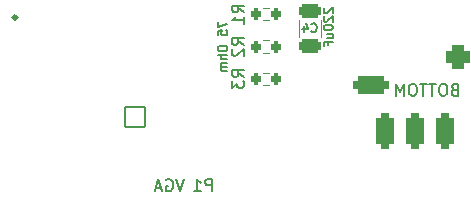
<source format=gbr>
G04 #@! TF.GenerationSoftware,KiCad,Pcbnew,(6.0.0-0)*
G04 #@! TF.CreationDate,2021-12-28T23:34:07-05:00*
G04 #@! TF.ProjectId,9DIN2VGA,3944494e-3256-4474-912e-6b696361645f,1*
G04 #@! TF.SameCoordinates,Original*
G04 #@! TF.FileFunction,Legend,Bot*
G04 #@! TF.FilePolarity,Positive*
%FSLAX46Y46*%
G04 Gerber Fmt 4.6, Leading zero omitted, Abs format (unit mm)*
G04 Created by KiCad (PCBNEW (6.0.0-0)) date 2021-12-28 23:34:07*
%MOMM*%
%LPD*%
G01*
G04 APERTURE LIST*
G04 Aperture macros list*
%AMRoundRect*
0 Rectangle with rounded corners*
0 $1 Rounding radius*
0 $2 $3 $4 $5 $6 $7 $8 $9 X,Y pos of 4 corners*
0 Add a 4 corners polygon primitive as box body*
4,1,4,$2,$3,$4,$5,$6,$7,$8,$9,$2,$3,0*
0 Add four circle primitives for the rounded corners*
1,1,$1+$1,$2,$3*
1,1,$1+$1,$4,$5*
1,1,$1+$1,$6,$7*
1,1,$1+$1,$8,$9*
0 Add four rect primitives between the rounded corners*
20,1,$1+$1,$2,$3,$4,$5,0*
20,1,$1+$1,$4,$5,$6,$7,0*
20,1,$1+$1,$6,$7,$8,$9,0*
20,1,$1+$1,$8,$9,$2,$3,0*%
G04 Aperture macros list end*
%ADD10C,0.200000*%
%ADD11C,0.127000*%
%ADD12C,0.150000*%
%ADD13C,0.187500*%
%ADD14C,0.350000*%
%ADD15C,0.120000*%
%ADD16C,0.100000*%
%ADD17RoundRect,0.425800X-0.375000X-1.125000X0.375000X-1.125000X0.375000X1.125000X-0.375000X1.125000X0*%
%ADD18RoundRect,0.425800X1.125000X-0.375000X1.125000X0.375000X-1.125000X0.375000X-1.125000X-0.375000X0*%
%ADD19C,2.101600*%
%ADD20RoundRect,0.550800X-0.500000X-0.500000X0.500000X-0.500000X0.500000X0.500000X-0.500000X0.500000X0*%
%ADD21O,1.609600X3.117600*%
%ADD22RoundRect,0.050800X-0.850000X-0.850000X0.850000X-0.850000X0.850000X0.850000X-0.850000X0.850000X0*%
%ADD23C,1.801600*%
%ADD24C,4.167600*%
%ADD25RoundRect,0.250800X0.200000X0.275000X-0.200000X0.275000X-0.200000X-0.275000X0.200000X-0.275000X0*%
%ADD26RoundRect,0.300799X0.650001X-0.325001X0.650001X0.325001X-0.650001X0.325001X-0.650001X-0.325001X0*%
G04 APERTURE END LIST*
D10*
X130471904Y-104832380D02*
X130138571Y-105832380D01*
X129805238Y-104832380D01*
X128948095Y-104880000D02*
X129043333Y-104832380D01*
X129186190Y-104832380D01*
X129329047Y-104880000D01*
X129424285Y-104975238D01*
X129471904Y-105070476D01*
X129519523Y-105260952D01*
X129519523Y-105403809D01*
X129471904Y-105594285D01*
X129424285Y-105689523D01*
X129329047Y-105784761D01*
X129186190Y-105832380D01*
X129090952Y-105832380D01*
X128948095Y-105784761D01*
X128900476Y-105737142D01*
X128900476Y-105403809D01*
X129090952Y-105403809D01*
X128519523Y-105546666D02*
X128043333Y-105546666D01*
X128614761Y-105832380D02*
X128281428Y-104832380D01*
X127948095Y-105832380D01*
D11*
X142335285Y-90315285D02*
X142299000Y-90351571D01*
X142262714Y-90424142D01*
X142262714Y-90605571D01*
X142299000Y-90678142D01*
X142335285Y-90714428D01*
X142407857Y-90750714D01*
X142480428Y-90750714D01*
X142589285Y-90714428D01*
X143024714Y-90279000D01*
X143024714Y-90750714D01*
X142335285Y-91041000D02*
X142299000Y-91077285D01*
X142262714Y-91149857D01*
X142262714Y-91331285D01*
X142299000Y-91403857D01*
X142335285Y-91440142D01*
X142407857Y-91476428D01*
X142480428Y-91476428D01*
X142589285Y-91440142D01*
X143024714Y-91004714D01*
X143024714Y-91476428D01*
X142262714Y-91948142D02*
X142262714Y-92020714D01*
X142299000Y-92093285D01*
X142335285Y-92129571D01*
X142407857Y-92165857D01*
X142553000Y-92202142D01*
X142734428Y-92202142D01*
X142879571Y-92165857D01*
X142952142Y-92129571D01*
X142988428Y-92093285D01*
X143024714Y-92020714D01*
X143024714Y-91948142D01*
X142988428Y-91875571D01*
X142952142Y-91839285D01*
X142879571Y-91803000D01*
X142734428Y-91766714D01*
X142553000Y-91766714D01*
X142407857Y-91803000D01*
X142335285Y-91839285D01*
X142299000Y-91875571D01*
X142262714Y-91948142D01*
X142516714Y-92855285D02*
X143024714Y-92855285D01*
X142516714Y-92528714D02*
X142915857Y-92528714D01*
X142988428Y-92565000D01*
X143024714Y-92637571D01*
X143024714Y-92746428D01*
X142988428Y-92819000D01*
X142952142Y-92855285D01*
X142625571Y-93472142D02*
X142625571Y-93218142D01*
X143024714Y-93218142D02*
X142262714Y-93218142D01*
X142262714Y-93581000D01*
D10*
X153339523Y-97228571D02*
X153196666Y-97276190D01*
X153149047Y-97323809D01*
X153101428Y-97419047D01*
X153101428Y-97561904D01*
X153149047Y-97657142D01*
X153196666Y-97704761D01*
X153291904Y-97752380D01*
X153672857Y-97752380D01*
X153672857Y-96752380D01*
X153339523Y-96752380D01*
X153244285Y-96800000D01*
X153196666Y-96847619D01*
X153149047Y-96942857D01*
X153149047Y-97038095D01*
X153196666Y-97133333D01*
X153244285Y-97180952D01*
X153339523Y-97228571D01*
X153672857Y-97228571D01*
X152482380Y-96752380D02*
X152291904Y-96752380D01*
X152196666Y-96800000D01*
X152101428Y-96895238D01*
X152053809Y-97085714D01*
X152053809Y-97419047D01*
X152101428Y-97609523D01*
X152196666Y-97704761D01*
X152291904Y-97752380D01*
X152482380Y-97752380D01*
X152577619Y-97704761D01*
X152672857Y-97609523D01*
X152720476Y-97419047D01*
X152720476Y-97085714D01*
X152672857Y-96895238D01*
X152577619Y-96800000D01*
X152482380Y-96752380D01*
X151768095Y-96752380D02*
X151196666Y-96752380D01*
X151482380Y-97752380D02*
X151482380Y-96752380D01*
X151006190Y-96752380D02*
X150434761Y-96752380D01*
X150720476Y-97752380D02*
X150720476Y-96752380D01*
X149910952Y-96752380D02*
X149720476Y-96752380D01*
X149625238Y-96800000D01*
X149530000Y-96895238D01*
X149482380Y-97085714D01*
X149482380Y-97419047D01*
X149530000Y-97609523D01*
X149625238Y-97704761D01*
X149720476Y-97752380D01*
X149910952Y-97752380D01*
X150006190Y-97704761D01*
X150101428Y-97609523D01*
X150149047Y-97419047D01*
X150149047Y-97085714D01*
X150101428Y-96895238D01*
X150006190Y-96800000D01*
X149910952Y-96752380D01*
X149053809Y-97752380D02*
X149053809Y-96752380D01*
X148720476Y-97466666D01*
X148387142Y-96752380D01*
X148387142Y-97752380D01*
D11*
X133329285Y-91475000D02*
X133329285Y-91975000D01*
X134079285Y-91653571D01*
X133329285Y-92617857D02*
X133329285Y-92260714D01*
X133686428Y-92225000D01*
X133650714Y-92260714D01*
X133615000Y-92332142D01*
X133615000Y-92510714D01*
X133650714Y-92582142D01*
X133686428Y-92617857D01*
X133757857Y-92653571D01*
X133936428Y-92653571D01*
X134007857Y-92617857D01*
X134043571Y-92582142D01*
X134079285Y-92510714D01*
X134079285Y-92332142D01*
X134043571Y-92260714D01*
X134007857Y-92225000D01*
X133329285Y-93689285D02*
X133329285Y-93832142D01*
X133365000Y-93903571D01*
X133436428Y-93975000D01*
X133579285Y-94010714D01*
X133829285Y-94010714D01*
X133972142Y-93975000D01*
X134043571Y-93903571D01*
X134079285Y-93832142D01*
X134079285Y-93689285D01*
X134043571Y-93617857D01*
X133972142Y-93546428D01*
X133829285Y-93510714D01*
X133579285Y-93510714D01*
X133436428Y-93546428D01*
X133365000Y-93617857D01*
X133329285Y-93689285D01*
X134079285Y-94332142D02*
X133329285Y-94332142D01*
X134079285Y-94653571D02*
X133686428Y-94653571D01*
X133615000Y-94617857D01*
X133579285Y-94546428D01*
X133579285Y-94439285D01*
X133615000Y-94367857D01*
X133650714Y-94332142D01*
X134079285Y-95010714D02*
X133579285Y-95010714D01*
X133650714Y-95010714D02*
X133615000Y-95046428D01*
X133579285Y-95117857D01*
X133579285Y-95225000D01*
X133615000Y-95296428D01*
X133686428Y-95332142D01*
X134079285Y-95332142D01*
X133686428Y-95332142D02*
X133615000Y-95367857D01*
X133579285Y-95439285D01*
X133579285Y-95546428D01*
X133615000Y-95617857D01*
X133686428Y-95653571D01*
X134079285Y-95653571D01*
D10*
X132808095Y-105822380D02*
X132808095Y-104822380D01*
X132427142Y-104822380D01*
X132331904Y-104870000D01*
X132284285Y-104917619D01*
X132236666Y-105012857D01*
X132236666Y-105155714D01*
X132284285Y-105250952D01*
X132331904Y-105298571D01*
X132427142Y-105346190D01*
X132808095Y-105346190D01*
X131284285Y-105822380D02*
X131855714Y-105822380D01*
X131570000Y-105822380D02*
X131570000Y-104822380D01*
X131665238Y-104965238D01*
X131760476Y-105060476D01*
X131855714Y-105108095D01*
D12*
X135522380Y-90693333D02*
X135046190Y-90360000D01*
X135522380Y-90121904D02*
X134522380Y-90121904D01*
X134522380Y-90502857D01*
X134570000Y-90598095D01*
X134617619Y-90645714D01*
X134712857Y-90693333D01*
X134855714Y-90693333D01*
X134950952Y-90645714D01*
X134998571Y-90598095D01*
X135046190Y-90502857D01*
X135046190Y-90121904D01*
X135522380Y-91645714D02*
X135522380Y-91074285D01*
X135522380Y-91360000D02*
X134522380Y-91360000D01*
X134665238Y-91264761D01*
X134760476Y-91169523D01*
X134808095Y-91074285D01*
X135492380Y-93443333D02*
X135016190Y-93110000D01*
X135492380Y-92871904D02*
X134492380Y-92871904D01*
X134492380Y-93252857D01*
X134540000Y-93348095D01*
X134587619Y-93395714D01*
X134682857Y-93443333D01*
X134825714Y-93443333D01*
X134920952Y-93395714D01*
X134968571Y-93348095D01*
X135016190Y-93252857D01*
X135016190Y-92871904D01*
X134587619Y-93824285D02*
X134540000Y-93871904D01*
X134492380Y-93967142D01*
X134492380Y-94205238D01*
X134540000Y-94300476D01*
X134587619Y-94348095D01*
X134682857Y-94395714D01*
X134778095Y-94395714D01*
X134920952Y-94348095D01*
X135492380Y-93776666D01*
X135492380Y-94395714D01*
X135512380Y-96153333D02*
X135036190Y-95820000D01*
X135512380Y-95581904D02*
X134512380Y-95581904D01*
X134512380Y-95962857D01*
X134560000Y-96058095D01*
X134607619Y-96105714D01*
X134702857Y-96153333D01*
X134845714Y-96153333D01*
X134940952Y-96105714D01*
X134988571Y-96058095D01*
X135036190Y-95962857D01*
X135036190Y-95581904D01*
X134512380Y-96486666D02*
X134512380Y-97105714D01*
X134893333Y-96772380D01*
X134893333Y-96915238D01*
X134940952Y-97010476D01*
X134988571Y-97058095D01*
X135083809Y-97105714D01*
X135321904Y-97105714D01*
X135417142Y-97058095D01*
X135464761Y-97010476D01*
X135512380Y-96915238D01*
X135512380Y-96629523D01*
X135464761Y-96534285D01*
X135417142Y-96486666D01*
D13*
X141215000Y-92297857D02*
X141250714Y-92333571D01*
X141357857Y-92369285D01*
X141429285Y-92369285D01*
X141536428Y-92333571D01*
X141607857Y-92262142D01*
X141643571Y-92190714D01*
X141679285Y-92047857D01*
X141679285Y-91940714D01*
X141643571Y-91797857D01*
X141607857Y-91726428D01*
X141536428Y-91655000D01*
X141429285Y-91619285D01*
X141357857Y-91619285D01*
X141250714Y-91655000D01*
X141215000Y-91690714D01*
X140572142Y-91869285D02*
X140572142Y-92369285D01*
X140750714Y-91583571D02*
X140929285Y-92119285D01*
X140465000Y-92119285D01*
D14*
X116290000Y-91130000D02*
G75*
G03*
X116290000Y-91130000I-150000J0D01*
G01*
D15*
X137632258Y-90337500D02*
X137157742Y-90337500D01*
X137632258Y-91382500D02*
X137157742Y-91382500D01*
X137642258Y-94112500D02*
X137167742Y-94112500D01*
X137642258Y-93067500D02*
X137167742Y-93067500D01*
X137632258Y-96852500D02*
X137157742Y-96852500D01*
X137632258Y-95807500D02*
X137157742Y-95807500D01*
X142020000Y-92746252D02*
X142020000Y-91323748D01*
X140200000Y-92746252D02*
X140200000Y-91323748D01*
%LPC*%
D16*
X145920000Y-95050000D02*
X144120000Y-95050000D01*
X144120000Y-95050000D02*
X144120000Y-88720000D01*
X144120000Y-88720000D02*
X145920000Y-88720000D01*
X145920000Y-88720000D02*
X145920000Y-95050000D01*
G36*
X145920000Y-95050000D02*
G01*
X144120000Y-95050000D01*
X144120000Y-88720000D01*
X145920000Y-88720000D01*
X145920000Y-95050000D01*
G37*
X145920000Y-95050000D02*
X144120000Y-95050000D01*
X144120000Y-88720000D01*
X145920000Y-88720000D01*
X145920000Y-95050000D01*
D17*
X152581804Y-100713357D03*
X150031804Y-100713357D03*
X147499247Y-100713540D03*
D18*
X146312804Y-96813357D03*
D19*
X154141804Y-94443357D03*
D20*
X153641804Y-94443357D03*
D21*
X116710000Y-93060000D03*
X119110000Y-95060000D03*
X124610000Y-95060000D03*
X128310000Y-93060000D03*
X122810000Y-93060000D03*
D22*
X126315000Y-99530000D03*
D23*
X128605000Y-99530000D03*
X130895000Y-99530000D03*
X133185000Y-99530000D03*
X135475000Y-99530000D03*
X125170000Y-101510000D03*
X127460000Y-101510000D03*
X129750000Y-101510000D03*
X132040000Y-101510000D03*
X134330000Y-101510000D03*
X126315000Y-103490000D03*
X128605000Y-103490000D03*
X130895000Y-103490000D03*
X133185000Y-103490000D03*
X135475000Y-103490000D03*
D24*
X143390000Y-101510000D03*
X118400000Y-101510000D03*
D25*
X138220000Y-90860000D03*
X136570000Y-90860000D03*
X138230000Y-93590000D03*
X136580000Y-93590000D03*
X138220000Y-96330000D03*
X136570000Y-96330000D03*
D26*
X141110000Y-93510000D03*
X141110000Y-90560000D03*
M02*

</source>
